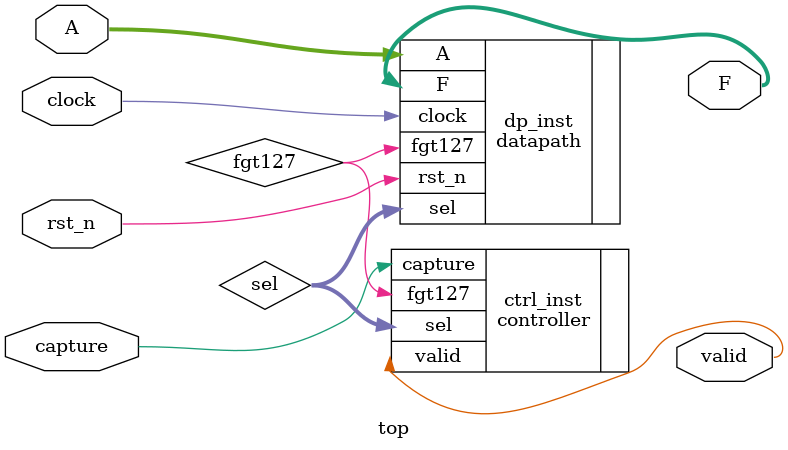
<source format=v>
module top (
  input rst_n, clock,
  input capture,
  input [3:0] A,
  output [7:0] F,
  output valid
);

  wire [1:0] sel;
  wire fgt127;

  datapath dp_inst (
    .rst_n ( rst_n  ),
    .clock ( clock  ),
    .A     ( A      ),
    .sel   ( sel    ),
    .fgt127( fgt127 ),
    .F     ( F      )
  );

  controller ctrl_inst (
    .capture( capture ),
    .fgt127 ( fgt127  ),
    .sel    ( sel     ),
    .valid  ( valid   )
  );

endmodule

</source>
